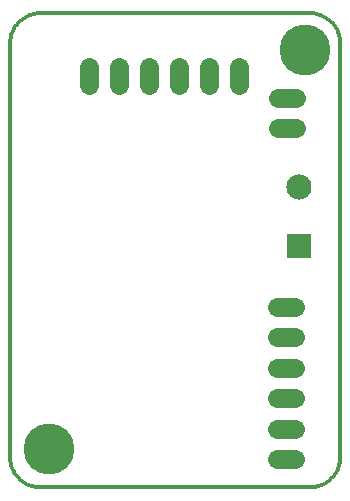
<source format=gbs>
G75*
%MOIN*%
%OFA0B0*%
%FSLAX24Y24*%
%IPPOS*%
%LPD*%
%AMOC8*
5,1,8,0,0,1.08239X$1,22.5*
%
%ADD10C,0.0120*%
%ADD11R,0.0840X0.0840*%
%ADD12C,0.0840*%
%ADD13C,0.0640*%
%ADD14C,0.1700*%
D10*
X004883Y004781D02*
X013883Y004781D01*
X013943Y004783D01*
X014004Y004788D01*
X014063Y004797D01*
X014122Y004810D01*
X014181Y004826D01*
X014238Y004846D01*
X014293Y004869D01*
X014348Y004896D01*
X014400Y004925D01*
X014451Y004958D01*
X014500Y004994D01*
X014546Y005032D01*
X014590Y005074D01*
X014632Y005118D01*
X014670Y005164D01*
X014706Y005213D01*
X014739Y005264D01*
X014768Y005316D01*
X014795Y005371D01*
X014818Y005426D01*
X014838Y005483D01*
X014854Y005542D01*
X014867Y005601D01*
X014876Y005660D01*
X014881Y005721D01*
X014883Y005781D01*
X014883Y019581D01*
X014881Y019641D01*
X014876Y019702D01*
X014867Y019761D01*
X014854Y019820D01*
X014838Y019879D01*
X014818Y019936D01*
X014795Y019991D01*
X014768Y020046D01*
X014739Y020098D01*
X014706Y020149D01*
X014670Y020198D01*
X014632Y020244D01*
X014590Y020288D01*
X014546Y020330D01*
X014500Y020368D01*
X014451Y020404D01*
X014400Y020437D01*
X014348Y020466D01*
X014293Y020493D01*
X014238Y020516D01*
X014181Y020536D01*
X014122Y020552D01*
X014063Y020565D01*
X014004Y020574D01*
X013943Y020579D01*
X013883Y020581D01*
X004883Y020581D01*
X004823Y020579D01*
X004762Y020574D01*
X004703Y020565D01*
X004644Y020552D01*
X004585Y020536D01*
X004528Y020516D01*
X004473Y020493D01*
X004418Y020466D01*
X004366Y020437D01*
X004315Y020404D01*
X004266Y020368D01*
X004220Y020330D01*
X004176Y020288D01*
X004134Y020244D01*
X004096Y020198D01*
X004060Y020149D01*
X004027Y020098D01*
X003998Y020046D01*
X003971Y019991D01*
X003948Y019936D01*
X003928Y019879D01*
X003912Y019820D01*
X003899Y019761D01*
X003890Y019702D01*
X003885Y019641D01*
X003883Y019581D01*
X003883Y005781D01*
X003885Y005721D01*
X003890Y005660D01*
X003899Y005601D01*
X003912Y005542D01*
X003928Y005483D01*
X003948Y005426D01*
X003971Y005371D01*
X003998Y005316D01*
X004027Y005264D01*
X004060Y005213D01*
X004096Y005164D01*
X004134Y005118D01*
X004176Y005074D01*
X004220Y005032D01*
X004266Y004994D01*
X004315Y004958D01*
X004366Y004925D01*
X004418Y004896D01*
X004473Y004869D01*
X004528Y004846D01*
X004585Y004826D01*
X004644Y004810D01*
X004703Y004797D01*
X004762Y004788D01*
X004823Y004783D01*
X004883Y004781D01*
D11*
X013500Y012832D03*
D12*
X013500Y014800D03*
D13*
X013402Y016760D02*
X012802Y016760D01*
X012802Y017760D02*
X013402Y017760D01*
X011512Y018205D02*
X011512Y018805D01*
X010512Y018805D02*
X010512Y018205D01*
X009512Y018205D02*
X009512Y018805D01*
X008512Y018805D02*
X008512Y018205D01*
X007512Y018205D02*
X007512Y018805D01*
X006512Y018805D02*
X006512Y018205D01*
X012771Y010803D02*
X013371Y010803D01*
X013371Y009803D02*
X012771Y009803D01*
X012771Y008772D02*
X013371Y008772D01*
X013371Y007772D02*
X012771Y007772D01*
X012783Y006735D02*
X013383Y006735D01*
X013383Y005735D02*
X012783Y005735D01*
D14*
X005163Y006060D03*
X013715Y019347D03*
M02*

</source>
